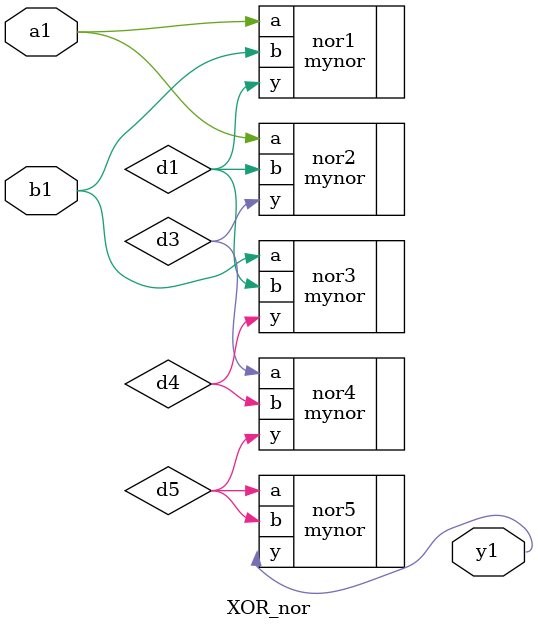
<source format=v>
/* Or gate with 2 1 bit inputs
Sum = a or b*/   /* */  //is used for multiline commmenting

module XOR_nor(a1,b1,y1);

input a1 ,b1;
wire d1,d3,d4,d5;
output y1;

mynor nor1 (.a(a1),.b(b1),.y(d1));
mynor nor2 (.a(a1),.b(d1),.y(d3));
mynor nor3 (.a(b1),.b(d1),.y(d4));
mynor nor4 (.a(d3),.b(d4),.y(d5));
mynor nor5 (.a(d5),.b(d5),.y(y1));
endmodule
//things in red mean preassigned things!!!
</source>
